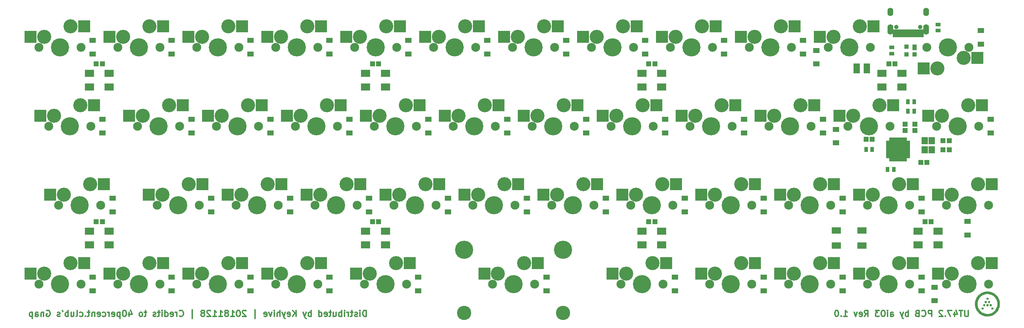
<source format=gbs>
%TF.GenerationSoftware,KiCad,Pcbnew,(5.0.0)*%
%TF.CreationDate,2018-11-28T21:24:14-08:00*%
%TF.ProjectId,UT47.2,555434372E322E6B696361645F706362,rev?*%
%TF.SameCoordinates,Original*%
%TF.FileFunction,Soldermask,Bot*%
%TF.FilePolarity,Negative*%
%FSLAX46Y46*%
G04 Gerber Fmt 4.6, Leading zero omitted, Abs format (unit mm)*
G04 Created by KiCad (PCBNEW (5.0.0)) date 11/28/18 21:24:14*
%MOMM*%
%LPD*%
G01*
G04 APERTURE LIST*
%ADD10C,0.300000*%
%ADD11C,0.010000*%
%ADD12R,1.600000X1.300000*%
%ADD13R,2.950000X2.900000*%
%ADD14C,2.150000*%
%ADD15C,3.400000*%
%ADD16C,4.387800*%
%ADD17R,2.200000X1.800000*%
%ADD18R,2.200000X1.500000*%
%ADD19R,1.100000X1.400000*%
%ADD20R,1.100000X1.000000*%
%ADD21R,1.000000X1.850000*%
%ADD22R,0.700000X1.850000*%
%ADD23C,1.050000*%
%ADD24O,1.400000X2.500000*%
%ADD25O,1.400000X2.000000*%
%ADD26R,1.600000X1.800000*%
%ADD27C,3.448000*%
%ADD28R,1.200000X1.150000*%
%ADD29R,1.150000X1.200000*%
%ADD30R,0.900000X1.300000*%
%ADD31R,1.300000X0.900000*%
%ADD32R,1.100000X0.650000*%
%ADD33R,0.650000X1.100000*%
%ADD34R,2.125000X2.125000*%
%ADD35R,1.540000X2.430000*%
G04 APERTURE END LIST*
D10*
X260546428Y-104747321D02*
X260546428Y-105961607D01*
X260475000Y-106104464D01*
X260403571Y-106175892D01*
X260260714Y-106247321D01*
X259975000Y-106247321D01*
X259832142Y-106175892D01*
X259760714Y-106104464D01*
X259689285Y-105961607D01*
X259689285Y-104747321D01*
X259189285Y-104747321D02*
X258332142Y-104747321D01*
X258760714Y-106247321D02*
X258760714Y-104747321D01*
X257189285Y-105247321D02*
X257189285Y-106247321D01*
X257546428Y-104675892D02*
X257903571Y-105747321D01*
X256975000Y-105747321D01*
X256546428Y-104747321D02*
X255546428Y-104747321D01*
X256189285Y-106247321D01*
X254975000Y-106104464D02*
X254903571Y-106175892D01*
X254975000Y-106247321D01*
X255046428Y-106175892D01*
X254975000Y-106104464D01*
X254975000Y-106247321D01*
X254332142Y-104890178D02*
X254260714Y-104818750D01*
X254117857Y-104747321D01*
X253760714Y-104747321D01*
X253617857Y-104818750D01*
X253546428Y-104890178D01*
X253475000Y-105033035D01*
X253475000Y-105175892D01*
X253546428Y-105390178D01*
X254403571Y-106247321D01*
X253475000Y-106247321D01*
X251689285Y-106247321D02*
X251689285Y-104747321D01*
X251117857Y-104747321D01*
X250975000Y-104818750D01*
X250903571Y-104890178D01*
X250832142Y-105033035D01*
X250832142Y-105247321D01*
X250903571Y-105390178D01*
X250975000Y-105461607D01*
X251117857Y-105533035D01*
X251689285Y-105533035D01*
X249332142Y-106104464D02*
X249403571Y-106175892D01*
X249617857Y-106247321D01*
X249760714Y-106247321D01*
X249975000Y-106175892D01*
X250117857Y-106033035D01*
X250189285Y-105890178D01*
X250260714Y-105604464D01*
X250260714Y-105390178D01*
X250189285Y-105104464D01*
X250117857Y-104961607D01*
X249975000Y-104818750D01*
X249760714Y-104747321D01*
X249617857Y-104747321D01*
X249403571Y-104818750D01*
X249332142Y-104890178D01*
X248189285Y-105461607D02*
X247975000Y-105533035D01*
X247903571Y-105604464D01*
X247832142Y-105747321D01*
X247832142Y-105961607D01*
X247903571Y-106104464D01*
X247975000Y-106175892D01*
X248117857Y-106247321D01*
X248689285Y-106247321D01*
X248689285Y-104747321D01*
X248189285Y-104747321D01*
X248046428Y-104818750D01*
X247975000Y-104890178D01*
X247903571Y-105033035D01*
X247903571Y-105175892D01*
X247975000Y-105318750D01*
X248046428Y-105390178D01*
X248189285Y-105461607D01*
X248689285Y-105461607D01*
X246046428Y-106247321D02*
X246046428Y-104747321D01*
X246046428Y-105318750D02*
X245903571Y-105247321D01*
X245617857Y-105247321D01*
X245475000Y-105318750D01*
X245403571Y-105390178D01*
X245332142Y-105533035D01*
X245332142Y-105961607D01*
X245403571Y-106104464D01*
X245475000Y-106175892D01*
X245617857Y-106247321D01*
X245903571Y-106247321D01*
X246046428Y-106175892D01*
X244832142Y-105247321D02*
X244475000Y-106247321D01*
X244117857Y-105247321D02*
X244475000Y-106247321D01*
X244617857Y-106604464D01*
X244689285Y-106675892D01*
X244832142Y-106747321D01*
X241760714Y-106247321D02*
X241760714Y-105461607D01*
X241832142Y-105318750D01*
X241975000Y-105247321D01*
X242260714Y-105247321D01*
X242403571Y-105318750D01*
X241760714Y-106175892D02*
X241903571Y-106247321D01*
X242260714Y-106247321D01*
X242403571Y-106175892D01*
X242475000Y-106033035D01*
X242475000Y-105890178D01*
X242403571Y-105747321D01*
X242260714Y-105675892D01*
X241903571Y-105675892D01*
X241760714Y-105604464D01*
X241046428Y-106247321D02*
X241046428Y-105247321D01*
X241046428Y-104747321D02*
X241117857Y-104818750D01*
X241046428Y-104890178D01*
X240975000Y-104818750D01*
X241046428Y-104747321D01*
X241046428Y-104890178D01*
X240046428Y-104747321D02*
X239903571Y-104747321D01*
X239760714Y-104818750D01*
X239689285Y-104890178D01*
X239617857Y-105033035D01*
X239546428Y-105318750D01*
X239546428Y-105675892D01*
X239617857Y-105961607D01*
X239689285Y-106104464D01*
X239760714Y-106175892D01*
X239903571Y-106247321D01*
X240046428Y-106247321D01*
X240189285Y-106175892D01*
X240260714Y-106104464D01*
X240332142Y-105961607D01*
X240403571Y-105675892D01*
X240403571Y-105318750D01*
X240332142Y-105033035D01*
X240260714Y-104890178D01*
X240189285Y-104818750D01*
X240046428Y-104747321D01*
X239046428Y-104747321D02*
X238117857Y-104747321D01*
X238617857Y-105318750D01*
X238403571Y-105318750D01*
X238260714Y-105390178D01*
X238189285Y-105461607D01*
X238117857Y-105604464D01*
X238117857Y-105961607D01*
X238189285Y-106104464D01*
X238260714Y-106175892D01*
X238403571Y-106247321D01*
X238832142Y-106247321D01*
X238975000Y-106175892D01*
X239046428Y-106104464D01*
X235475000Y-106247321D02*
X235975000Y-105533035D01*
X236332142Y-106247321D02*
X236332142Y-104747321D01*
X235760714Y-104747321D01*
X235617857Y-104818750D01*
X235546428Y-104890178D01*
X235475000Y-105033035D01*
X235475000Y-105247321D01*
X235546428Y-105390178D01*
X235617857Y-105461607D01*
X235760714Y-105533035D01*
X236332142Y-105533035D01*
X234260714Y-106175892D02*
X234403571Y-106247321D01*
X234689285Y-106247321D01*
X234832142Y-106175892D01*
X234903571Y-106033035D01*
X234903571Y-105461607D01*
X234832142Y-105318750D01*
X234689285Y-105247321D01*
X234403571Y-105247321D01*
X234260714Y-105318750D01*
X234189285Y-105461607D01*
X234189285Y-105604464D01*
X234903571Y-105747321D01*
X233689285Y-105247321D02*
X233332142Y-106247321D01*
X232975000Y-105247321D01*
X230475000Y-106247321D02*
X231332142Y-106247321D01*
X230903571Y-106247321D02*
X230903571Y-104747321D01*
X231046428Y-104961607D01*
X231189285Y-105104464D01*
X231332142Y-105175892D01*
X229832142Y-106104464D02*
X229760714Y-106175892D01*
X229832142Y-106247321D01*
X229903571Y-106175892D01*
X229832142Y-106104464D01*
X229832142Y-106247321D01*
X228832142Y-104747321D02*
X228689285Y-104747321D01*
X228546428Y-104818750D01*
X228475000Y-104890178D01*
X228403571Y-105033035D01*
X228332142Y-105318750D01*
X228332142Y-105675892D01*
X228403571Y-105961607D01*
X228475000Y-106104464D01*
X228546428Y-106175892D01*
X228689285Y-106247321D01*
X228832142Y-106247321D01*
X228975000Y-106175892D01*
X229046428Y-106104464D01*
X229117857Y-105961607D01*
X229189285Y-105675892D01*
X229189285Y-105318750D01*
X229117857Y-105033035D01*
X229046428Y-104890178D01*
X228975000Y-104818750D01*
X228832142Y-104747321D01*
X115219642Y-106247321D02*
X115219642Y-104747321D01*
X114862499Y-104747321D01*
X114648214Y-104818750D01*
X114505357Y-104961607D01*
X114433928Y-105104464D01*
X114362499Y-105390178D01*
X114362499Y-105604464D01*
X114433928Y-105890178D01*
X114505357Y-106033035D01*
X114648214Y-106175892D01*
X114862499Y-106247321D01*
X115219642Y-106247321D01*
X113719642Y-106247321D02*
X113719642Y-105247321D01*
X113719642Y-104747321D02*
X113791071Y-104818750D01*
X113719642Y-104890178D01*
X113648214Y-104818750D01*
X113719642Y-104747321D01*
X113719642Y-104890178D01*
X113076785Y-106175892D02*
X112933928Y-106247321D01*
X112648214Y-106247321D01*
X112505357Y-106175892D01*
X112433928Y-106033035D01*
X112433928Y-105961607D01*
X112505357Y-105818750D01*
X112648214Y-105747321D01*
X112862499Y-105747321D01*
X113005357Y-105675892D01*
X113076785Y-105533035D01*
X113076785Y-105461607D01*
X113005357Y-105318750D01*
X112862499Y-105247321D01*
X112648214Y-105247321D01*
X112505357Y-105318750D01*
X112005357Y-105247321D02*
X111433928Y-105247321D01*
X111791071Y-104747321D02*
X111791071Y-106033035D01*
X111719642Y-106175892D01*
X111576785Y-106247321D01*
X111433928Y-106247321D01*
X110933928Y-106247321D02*
X110933928Y-105247321D01*
X110933928Y-105533035D02*
X110862499Y-105390178D01*
X110791071Y-105318750D01*
X110648214Y-105247321D01*
X110505357Y-105247321D01*
X110005357Y-106247321D02*
X110005357Y-105247321D01*
X110005357Y-104747321D02*
X110076785Y-104818750D01*
X110005357Y-104890178D01*
X109933928Y-104818750D01*
X110005357Y-104747321D01*
X110005357Y-104890178D01*
X109291071Y-106247321D02*
X109291071Y-104747321D01*
X109291071Y-105318750D02*
X109148214Y-105247321D01*
X108862499Y-105247321D01*
X108719642Y-105318750D01*
X108648214Y-105390178D01*
X108576785Y-105533035D01*
X108576785Y-105961607D01*
X108648214Y-106104464D01*
X108719642Y-106175892D01*
X108862499Y-106247321D01*
X109148214Y-106247321D01*
X109291071Y-106175892D01*
X107291071Y-105247321D02*
X107291071Y-106247321D01*
X107933928Y-105247321D02*
X107933928Y-106033035D01*
X107862499Y-106175892D01*
X107719642Y-106247321D01*
X107505357Y-106247321D01*
X107362499Y-106175892D01*
X107291071Y-106104464D01*
X106791071Y-105247321D02*
X106219642Y-105247321D01*
X106576785Y-104747321D02*
X106576785Y-106033035D01*
X106505357Y-106175892D01*
X106362500Y-106247321D01*
X106219642Y-106247321D01*
X105148214Y-106175892D02*
X105291071Y-106247321D01*
X105576785Y-106247321D01*
X105719642Y-106175892D01*
X105791071Y-106033035D01*
X105791071Y-105461607D01*
X105719642Y-105318750D01*
X105576785Y-105247321D01*
X105291071Y-105247321D01*
X105148214Y-105318750D01*
X105076785Y-105461607D01*
X105076785Y-105604464D01*
X105791071Y-105747321D01*
X103791071Y-106247321D02*
X103791071Y-104747321D01*
X103791071Y-106175892D02*
X103933928Y-106247321D01*
X104219642Y-106247321D01*
X104362500Y-106175892D01*
X104433928Y-106104464D01*
X104505357Y-105961607D01*
X104505357Y-105533035D01*
X104433928Y-105390178D01*
X104362500Y-105318750D01*
X104219642Y-105247321D01*
X103933928Y-105247321D01*
X103791071Y-105318750D01*
X101933928Y-106247321D02*
X101933928Y-104747321D01*
X101933928Y-105318750D02*
X101791071Y-105247321D01*
X101505357Y-105247321D01*
X101362500Y-105318750D01*
X101291071Y-105390178D01*
X101219642Y-105533035D01*
X101219642Y-105961607D01*
X101291071Y-106104464D01*
X101362500Y-106175892D01*
X101505357Y-106247321D01*
X101791071Y-106247321D01*
X101933928Y-106175892D01*
X100719642Y-105247321D02*
X100362500Y-106247321D01*
X100005357Y-105247321D02*
X100362500Y-106247321D01*
X100505357Y-106604464D01*
X100576785Y-106675892D01*
X100719642Y-106747321D01*
X98291071Y-106247321D02*
X98291071Y-104747321D01*
X97433928Y-106247321D02*
X98076785Y-105390178D01*
X97433928Y-104747321D02*
X98291071Y-105604464D01*
X96219642Y-106175892D02*
X96362500Y-106247321D01*
X96648214Y-106247321D01*
X96791071Y-106175892D01*
X96862500Y-106033035D01*
X96862500Y-105461607D01*
X96791071Y-105318750D01*
X96648214Y-105247321D01*
X96362500Y-105247321D01*
X96219642Y-105318750D01*
X96148214Y-105461607D01*
X96148214Y-105604464D01*
X96862500Y-105747321D01*
X95648214Y-105247321D02*
X95291071Y-106247321D01*
X94933928Y-105247321D02*
X95291071Y-106247321D01*
X95433928Y-106604464D01*
X95505357Y-106675892D01*
X95648214Y-106747321D01*
X94362500Y-106247321D02*
X94362500Y-104747321D01*
X93719642Y-106247321D02*
X93719642Y-105461607D01*
X93791071Y-105318750D01*
X93933928Y-105247321D01*
X94148214Y-105247321D01*
X94291071Y-105318750D01*
X94362500Y-105390178D01*
X93005357Y-106247321D02*
X93005357Y-105247321D01*
X93005357Y-104747321D02*
X93076785Y-104818750D01*
X93005357Y-104890178D01*
X92933928Y-104818750D01*
X93005357Y-104747321D01*
X93005357Y-104890178D01*
X92433928Y-105247321D02*
X92076785Y-106247321D01*
X91719642Y-105247321D01*
X90576785Y-106175892D02*
X90719642Y-106247321D01*
X91005357Y-106247321D01*
X91148214Y-106175892D01*
X91219642Y-106033035D01*
X91219642Y-105461607D01*
X91148214Y-105318750D01*
X91005357Y-105247321D01*
X90719642Y-105247321D01*
X90576785Y-105318750D01*
X90505357Y-105461607D01*
X90505357Y-105604464D01*
X91219642Y-105747321D01*
X88362500Y-106747321D02*
X88362500Y-104604464D01*
X86219642Y-104890178D02*
X86148214Y-104818750D01*
X86005357Y-104747321D01*
X85648214Y-104747321D01*
X85505357Y-104818750D01*
X85433928Y-104890178D01*
X85362500Y-105033035D01*
X85362500Y-105175892D01*
X85433928Y-105390178D01*
X86291071Y-106247321D01*
X85362500Y-106247321D01*
X84433928Y-104747321D02*
X84291071Y-104747321D01*
X84148214Y-104818750D01*
X84076785Y-104890178D01*
X84005357Y-105033035D01*
X83933928Y-105318750D01*
X83933928Y-105675892D01*
X84005357Y-105961607D01*
X84076785Y-106104464D01*
X84148214Y-106175892D01*
X84291071Y-106247321D01*
X84433928Y-106247321D01*
X84576785Y-106175892D01*
X84648214Y-106104464D01*
X84719642Y-105961607D01*
X84791071Y-105675892D01*
X84791071Y-105318750D01*
X84719642Y-105033035D01*
X84648214Y-104890178D01*
X84576785Y-104818750D01*
X84433928Y-104747321D01*
X82505357Y-106247321D02*
X83362500Y-106247321D01*
X82933928Y-106247321D02*
X82933928Y-104747321D01*
X83076785Y-104961607D01*
X83219642Y-105104464D01*
X83362500Y-105175892D01*
X81648214Y-105390178D02*
X81791071Y-105318750D01*
X81862500Y-105247321D01*
X81933928Y-105104464D01*
X81933928Y-105033035D01*
X81862500Y-104890178D01*
X81791071Y-104818750D01*
X81648214Y-104747321D01*
X81362500Y-104747321D01*
X81219642Y-104818750D01*
X81148214Y-104890178D01*
X81076785Y-105033035D01*
X81076785Y-105104464D01*
X81148214Y-105247321D01*
X81219642Y-105318750D01*
X81362500Y-105390178D01*
X81648214Y-105390178D01*
X81791071Y-105461607D01*
X81862500Y-105533035D01*
X81933928Y-105675892D01*
X81933928Y-105961607D01*
X81862500Y-106104464D01*
X81791071Y-106175892D01*
X81648214Y-106247321D01*
X81362500Y-106247321D01*
X81219642Y-106175892D01*
X81148214Y-106104464D01*
X81076785Y-105961607D01*
X81076785Y-105675892D01*
X81148214Y-105533035D01*
X81219642Y-105461607D01*
X81362500Y-105390178D01*
X79648214Y-106247321D02*
X80505357Y-106247321D01*
X80076785Y-106247321D02*
X80076785Y-104747321D01*
X80219642Y-104961607D01*
X80362500Y-105104464D01*
X80505357Y-105175892D01*
X78219642Y-106247321D02*
X79076785Y-106247321D01*
X78648214Y-106247321D02*
X78648214Y-104747321D01*
X78791071Y-104961607D01*
X78933928Y-105104464D01*
X79076785Y-105175892D01*
X77648214Y-104890178D02*
X77576785Y-104818750D01*
X77433928Y-104747321D01*
X77076785Y-104747321D01*
X76933928Y-104818750D01*
X76862500Y-104890178D01*
X76791071Y-105033035D01*
X76791071Y-105175892D01*
X76862500Y-105390178D01*
X77719642Y-106247321D01*
X76791071Y-106247321D01*
X75933928Y-105390178D02*
X76076785Y-105318750D01*
X76148214Y-105247321D01*
X76219642Y-105104464D01*
X76219642Y-105033035D01*
X76148214Y-104890178D01*
X76076785Y-104818750D01*
X75933928Y-104747321D01*
X75648214Y-104747321D01*
X75505357Y-104818750D01*
X75433928Y-104890178D01*
X75362500Y-105033035D01*
X75362500Y-105104464D01*
X75433928Y-105247321D01*
X75505357Y-105318750D01*
X75648214Y-105390178D01*
X75933928Y-105390178D01*
X76076785Y-105461607D01*
X76148214Y-105533035D01*
X76219642Y-105675892D01*
X76219642Y-105961607D01*
X76148214Y-106104464D01*
X76076785Y-106175892D01*
X75933928Y-106247321D01*
X75648214Y-106247321D01*
X75505357Y-106175892D01*
X75433928Y-106104464D01*
X75362500Y-105961607D01*
X75362500Y-105675892D01*
X75433928Y-105533035D01*
X75505357Y-105461607D01*
X75648214Y-105390178D01*
X73219642Y-106747321D02*
X73219642Y-104604464D01*
X70148214Y-106104464D02*
X70219642Y-106175892D01*
X70433928Y-106247321D01*
X70576785Y-106247321D01*
X70791071Y-106175892D01*
X70933928Y-106033035D01*
X71005357Y-105890178D01*
X71076785Y-105604464D01*
X71076785Y-105390178D01*
X71005357Y-105104464D01*
X70933928Y-104961607D01*
X70791071Y-104818750D01*
X70576785Y-104747321D01*
X70433928Y-104747321D01*
X70219642Y-104818750D01*
X70148214Y-104890178D01*
X69505357Y-106247321D02*
X69505357Y-105247321D01*
X69505357Y-105533035D02*
X69433928Y-105390178D01*
X69362500Y-105318750D01*
X69219642Y-105247321D01*
X69076785Y-105247321D01*
X68005357Y-106175892D02*
X68148214Y-106247321D01*
X68433928Y-106247321D01*
X68576785Y-106175892D01*
X68648214Y-106033035D01*
X68648214Y-105461607D01*
X68576785Y-105318750D01*
X68433928Y-105247321D01*
X68148214Y-105247321D01*
X68005357Y-105318750D01*
X67933928Y-105461607D01*
X67933928Y-105604464D01*
X68648214Y-105747321D01*
X66648214Y-106247321D02*
X66648214Y-104747321D01*
X66648214Y-106175892D02*
X66791071Y-106247321D01*
X67076785Y-106247321D01*
X67219642Y-106175892D01*
X67291071Y-106104464D01*
X67362500Y-105961607D01*
X67362500Y-105533035D01*
X67291071Y-105390178D01*
X67219642Y-105318750D01*
X67076785Y-105247321D01*
X66791071Y-105247321D01*
X66648214Y-105318750D01*
X65933928Y-106247321D02*
X65933928Y-105247321D01*
X65933928Y-104747321D02*
X66005357Y-104818750D01*
X65933928Y-104890178D01*
X65862500Y-104818750D01*
X65933928Y-104747321D01*
X65933928Y-104890178D01*
X65433928Y-105247321D02*
X64862500Y-105247321D01*
X65219642Y-104747321D02*
X65219642Y-106033035D01*
X65148214Y-106175892D01*
X65005357Y-106247321D01*
X64862500Y-106247321D01*
X64433928Y-106175892D02*
X64291071Y-106247321D01*
X64005357Y-106247321D01*
X63862500Y-106175892D01*
X63791071Y-106033035D01*
X63791071Y-105961607D01*
X63862500Y-105818750D01*
X64005357Y-105747321D01*
X64219642Y-105747321D01*
X64362500Y-105675892D01*
X64433928Y-105533035D01*
X64433928Y-105461607D01*
X64362500Y-105318750D01*
X64219642Y-105247321D01*
X64005357Y-105247321D01*
X63862500Y-105318750D01*
X62219642Y-105247321D02*
X61648214Y-105247321D01*
X62005357Y-104747321D02*
X62005357Y-106033035D01*
X61933928Y-106175892D01*
X61791071Y-106247321D01*
X61648214Y-106247321D01*
X60933928Y-106247321D02*
X61076785Y-106175892D01*
X61148214Y-106104464D01*
X61219642Y-105961607D01*
X61219642Y-105533035D01*
X61148214Y-105390178D01*
X61076785Y-105318750D01*
X60933928Y-105247321D01*
X60719642Y-105247321D01*
X60576785Y-105318750D01*
X60505357Y-105390178D01*
X60433928Y-105533035D01*
X60433928Y-105961607D01*
X60505357Y-106104464D01*
X60576785Y-106175892D01*
X60719642Y-106247321D01*
X60933928Y-106247321D01*
X58005357Y-105247321D02*
X58005357Y-106247321D01*
X58362500Y-104675892D02*
X58719642Y-105747321D01*
X57791071Y-105747321D01*
X56933928Y-104747321D02*
X56791071Y-104747321D01*
X56648214Y-104818750D01*
X56576785Y-104890178D01*
X56505357Y-105033035D01*
X56433928Y-105318750D01*
X56433928Y-105675892D01*
X56505357Y-105961607D01*
X56576785Y-106104464D01*
X56648214Y-106175892D01*
X56791071Y-106247321D01*
X56933928Y-106247321D01*
X57076785Y-106175892D01*
X57148214Y-106104464D01*
X57219642Y-105961607D01*
X57291071Y-105675892D01*
X57291071Y-105318750D01*
X57219642Y-105033035D01*
X57148214Y-104890178D01*
X57076785Y-104818750D01*
X56933928Y-104747321D01*
X55791071Y-105247321D02*
X55791071Y-106747321D01*
X55791071Y-105318750D02*
X55648214Y-105247321D01*
X55362500Y-105247321D01*
X55219642Y-105318750D01*
X55148214Y-105390178D01*
X55076785Y-105533035D01*
X55076785Y-105961607D01*
X55148214Y-106104464D01*
X55219642Y-106175892D01*
X55362500Y-106247321D01*
X55648214Y-106247321D01*
X55791071Y-106175892D01*
X53862500Y-106175892D02*
X54005357Y-106247321D01*
X54291071Y-106247321D01*
X54433928Y-106175892D01*
X54505357Y-106033035D01*
X54505357Y-105461607D01*
X54433928Y-105318750D01*
X54291071Y-105247321D01*
X54005357Y-105247321D01*
X53862500Y-105318750D01*
X53791071Y-105461607D01*
X53791071Y-105604464D01*
X54505357Y-105747321D01*
X53148214Y-106247321D02*
X53148214Y-105247321D01*
X53148214Y-105533035D02*
X53076785Y-105390178D01*
X53005357Y-105318750D01*
X52862500Y-105247321D01*
X52719642Y-105247321D01*
X51576785Y-106175892D02*
X51719642Y-106247321D01*
X52005357Y-106247321D01*
X52148214Y-106175892D01*
X52219642Y-106104464D01*
X52291071Y-105961607D01*
X52291071Y-105533035D01*
X52219642Y-105390178D01*
X52148214Y-105318750D01*
X52005357Y-105247321D01*
X51719642Y-105247321D01*
X51576785Y-105318750D01*
X50362500Y-106175892D02*
X50505357Y-106247321D01*
X50791071Y-106247321D01*
X50933928Y-106175892D01*
X51005357Y-106033035D01*
X51005357Y-105461607D01*
X50933928Y-105318750D01*
X50791071Y-105247321D01*
X50505357Y-105247321D01*
X50362500Y-105318750D01*
X50291071Y-105461607D01*
X50291071Y-105604464D01*
X51005357Y-105747321D01*
X49648214Y-105247321D02*
X49648214Y-106247321D01*
X49648214Y-105390178D02*
X49576785Y-105318750D01*
X49433928Y-105247321D01*
X49219642Y-105247321D01*
X49076785Y-105318750D01*
X49005357Y-105461607D01*
X49005357Y-106247321D01*
X48505357Y-105247321D02*
X47933928Y-105247321D01*
X48291071Y-104747321D02*
X48291071Y-106033035D01*
X48219642Y-106175892D01*
X48076785Y-106247321D01*
X47933928Y-106247321D01*
X47433928Y-106104464D02*
X47362500Y-106175892D01*
X47433928Y-106247321D01*
X47505357Y-106175892D01*
X47433928Y-106104464D01*
X47433928Y-106247321D01*
X46076785Y-106175892D02*
X46219642Y-106247321D01*
X46505357Y-106247321D01*
X46648214Y-106175892D01*
X46719642Y-106104464D01*
X46791071Y-105961607D01*
X46791071Y-105533035D01*
X46719642Y-105390178D01*
X46648214Y-105318750D01*
X46505357Y-105247321D01*
X46219642Y-105247321D01*
X46076785Y-105318750D01*
X45219642Y-106247321D02*
X45362500Y-106175892D01*
X45433928Y-106033035D01*
X45433928Y-104747321D01*
X44005357Y-105247321D02*
X44005357Y-106247321D01*
X44648214Y-105247321D02*
X44648214Y-106033035D01*
X44576785Y-106175892D01*
X44433928Y-106247321D01*
X44219642Y-106247321D01*
X44076785Y-106175892D01*
X44005357Y-106104464D01*
X43291071Y-106247321D02*
X43291071Y-104747321D01*
X43291071Y-105318750D02*
X43148214Y-105247321D01*
X42862500Y-105247321D01*
X42719642Y-105318750D01*
X42648214Y-105390178D01*
X42576785Y-105533035D01*
X42576785Y-105961607D01*
X42648214Y-106104464D01*
X42719642Y-106175892D01*
X42862500Y-106247321D01*
X43148214Y-106247321D01*
X43291071Y-106175892D01*
X41862500Y-104747321D02*
X42005357Y-105033035D01*
X41291071Y-106175892D02*
X41148214Y-106247321D01*
X40862500Y-106247321D01*
X40719642Y-106175892D01*
X40648214Y-106033035D01*
X40648214Y-105961607D01*
X40719642Y-105818750D01*
X40862500Y-105747321D01*
X41076785Y-105747321D01*
X41219642Y-105675892D01*
X41291071Y-105533035D01*
X41291071Y-105461607D01*
X41219642Y-105318750D01*
X41076785Y-105247321D01*
X40862500Y-105247321D01*
X40719642Y-105318750D01*
X38076785Y-104818750D02*
X38219642Y-104747321D01*
X38433928Y-104747321D01*
X38648214Y-104818750D01*
X38791071Y-104961607D01*
X38862500Y-105104464D01*
X38933928Y-105390178D01*
X38933928Y-105604464D01*
X38862500Y-105890178D01*
X38791071Y-106033035D01*
X38648214Y-106175892D01*
X38433928Y-106247321D01*
X38291071Y-106247321D01*
X38076785Y-106175892D01*
X38005357Y-106104464D01*
X38005357Y-105604464D01*
X38291071Y-105604464D01*
X37362500Y-105247321D02*
X37362500Y-106247321D01*
X37362500Y-105390178D02*
X37291071Y-105318750D01*
X37148214Y-105247321D01*
X36933928Y-105247321D01*
X36791071Y-105318750D01*
X36719642Y-105461607D01*
X36719642Y-106247321D01*
X35362500Y-106247321D02*
X35362500Y-105461607D01*
X35433928Y-105318750D01*
X35576785Y-105247321D01*
X35862500Y-105247321D01*
X36005357Y-105318750D01*
X35362500Y-106175892D02*
X35505357Y-106247321D01*
X35862500Y-106247321D01*
X36005357Y-106175892D01*
X36076785Y-106033035D01*
X36076785Y-105890178D01*
X36005357Y-105747321D01*
X35862500Y-105675892D01*
X35505357Y-105675892D01*
X35362500Y-105604464D01*
X34648214Y-105247321D02*
X34648214Y-106747321D01*
X34648214Y-105318750D02*
X34505357Y-105247321D01*
X34219642Y-105247321D01*
X34076785Y-105318750D01*
X34005357Y-105390178D01*
X33933928Y-105533035D01*
X33933928Y-105961607D01*
X34005357Y-106104464D01*
X34076785Y-106175892D01*
X34219642Y-106247321D01*
X34505357Y-106247321D01*
X34648214Y-106175892D01*
D11*
G36*
X264922000Y-102108000D02*
X265326812Y-102108000D01*
X265326812Y-101703188D01*
X264922000Y-101703188D01*
X264922000Y-102108000D01*
X264922000Y-102108000D01*
G37*
X264922000Y-102108000D02*
X265326812Y-102108000D01*
X265326812Y-101703188D01*
X264922000Y-101703188D01*
X264922000Y-102108000D01*
G36*
X264517187Y-102893813D02*
X264922000Y-102893813D01*
X264922000Y-102512813D01*
X264517187Y-102512813D01*
X264517187Y-102893813D01*
X264517187Y-102893813D01*
G37*
X264517187Y-102893813D02*
X264922000Y-102893813D01*
X264922000Y-102512813D01*
X264517187Y-102512813D01*
X264517187Y-102893813D01*
G36*
X265326812Y-102893813D02*
X265707812Y-102893813D01*
X265707812Y-102512813D01*
X265326812Y-102512813D01*
X265326812Y-102893813D01*
X265326812Y-102893813D01*
G37*
X265326812Y-102893813D02*
X265707812Y-102893813D01*
X265707812Y-102512813D01*
X265326812Y-102512813D01*
X265326812Y-102893813D01*
G36*
X264136187Y-103703438D02*
X264517187Y-103703438D01*
X264517187Y-103298625D01*
X264136187Y-103298625D01*
X264136187Y-103703438D01*
X264136187Y-103703438D01*
G37*
X264136187Y-103703438D02*
X264517187Y-103703438D01*
X264517187Y-103298625D01*
X264136187Y-103298625D01*
X264136187Y-103703438D01*
G36*
X264922000Y-103703438D02*
X265326812Y-103703438D01*
X265326812Y-103298625D01*
X264922000Y-103298625D01*
X264922000Y-103703438D01*
X264922000Y-103703438D01*
G37*
X264922000Y-103703438D02*
X265326812Y-103703438D01*
X265326812Y-103298625D01*
X264922000Y-103298625D01*
X264922000Y-103703438D01*
G36*
X265707812Y-103703438D02*
X266112625Y-103703438D01*
X266112625Y-103298625D01*
X265707812Y-103298625D01*
X265707812Y-103703438D01*
X265707812Y-103703438D01*
G37*
X265707812Y-103703438D02*
X266112625Y-103703438D01*
X266112625Y-103298625D01*
X265707812Y-103298625D01*
X265707812Y-103703438D01*
G36*
X263731375Y-104489250D02*
X264136187Y-104489250D01*
X264136187Y-104084438D01*
X263731375Y-104084438D01*
X263731375Y-104489250D01*
X263731375Y-104489250D01*
G37*
X263731375Y-104489250D02*
X264136187Y-104489250D01*
X264136187Y-104084438D01*
X263731375Y-104084438D01*
X263731375Y-104489250D01*
G36*
X266112625Y-104489250D02*
X266517437Y-104489250D01*
X266517437Y-104084438D01*
X266112625Y-104084438D01*
X266112625Y-104489250D01*
X266112625Y-104489250D01*
G37*
X266112625Y-104489250D02*
X266517437Y-104489250D01*
X266517437Y-104084438D01*
X266112625Y-104084438D01*
X266112625Y-104489250D01*
G36*
X265108531Y-100215545D02*
X264984413Y-100216915D01*
X264872701Y-100221072D01*
X264770108Y-100228419D01*
X264673344Y-100239360D01*
X264579122Y-100254298D01*
X264484153Y-100273637D01*
X264385149Y-100297781D01*
X264339870Y-100309918D01*
X264131323Y-100375156D01*
X263929235Y-100454492D01*
X263734372Y-100547528D01*
X263547501Y-100653868D01*
X263369386Y-100773116D01*
X263217240Y-100891117D01*
X263059572Y-101031842D01*
X262912235Y-101183287D01*
X262775914Y-101344385D01*
X262651292Y-101514067D01*
X262539053Y-101691266D01*
X262439880Y-101874916D01*
X262354458Y-102063947D01*
X262283470Y-102257293D01*
X262234716Y-102425303D01*
X262201645Y-102565289D01*
X262176285Y-102697225D01*
X262157893Y-102826497D01*
X262145725Y-102958493D01*
X262139039Y-103098600D01*
X262138386Y-103124000D01*
X262141105Y-103342297D01*
X262159300Y-103557080D01*
X262192965Y-103768321D01*
X262242094Y-103975989D01*
X262306681Y-104180055D01*
X262370878Y-104343987D01*
X262398961Y-104409252D01*
X262423023Y-104463410D01*
X262444892Y-104510113D01*
X262466393Y-104553013D01*
X262489354Y-104595763D01*
X262515600Y-104642015D01*
X262544725Y-104691656D01*
X262663944Y-104877927D01*
X262794048Y-105052653D01*
X262935171Y-105215965D01*
X263087445Y-105367996D01*
X263251003Y-105508880D01*
X263425976Y-105638748D01*
X263608344Y-105755275D01*
X263661173Y-105786244D01*
X263707086Y-105812221D01*
X263749735Y-105835031D01*
X263792772Y-105856501D01*
X263839849Y-105878457D01*
X263894619Y-105902725D01*
X263956013Y-105929122D01*
X264052246Y-105968669D01*
X264140964Y-106001708D01*
X264228078Y-106030195D01*
X264319502Y-106056089D01*
X264402094Y-106076822D01*
X264566610Y-106112376D01*
X264723705Y-106138053D01*
X264877933Y-106154393D01*
X265033851Y-106161936D01*
X265124406Y-106162513D01*
X265175625Y-106161998D01*
X265223746Y-106161293D01*
X265265626Y-106160460D01*
X265298122Y-106159563D01*
X265318090Y-106158665D01*
X265318875Y-106158609D01*
X265535049Y-106134657D01*
X265747806Y-106095670D01*
X265956287Y-106041967D01*
X266159632Y-105973863D01*
X266356984Y-105891676D01*
X266547482Y-105795725D01*
X266730268Y-105686326D01*
X266881224Y-105581296D01*
X267054151Y-105442949D01*
X267214835Y-105294588D01*
X267363049Y-105136539D01*
X267498571Y-104969132D01*
X267621176Y-104792694D01*
X267730639Y-104607552D01*
X267826737Y-104414035D01*
X267909244Y-104212471D01*
X267977937Y-104003188D01*
X267990082Y-103960130D01*
X268016448Y-103858335D01*
X268037833Y-103762011D01*
X268054641Y-103667867D01*
X268067275Y-103572617D01*
X268076140Y-103472970D01*
X268081638Y-103365640D01*
X268084174Y-103247336D01*
X268084455Y-103191469D01*
X268083780Y-103136108D01*
X267551706Y-103136108D01*
X267551603Y-103216246D01*
X267549937Y-103295910D01*
X267546741Y-103371037D01*
X267542044Y-103437560D01*
X267538324Y-103473250D01*
X267506450Y-103670548D01*
X267459799Y-103862163D01*
X267398549Y-104047722D01*
X267322881Y-104226849D01*
X267232973Y-104399169D01*
X267129006Y-104564309D01*
X267011159Y-104721893D01*
X266879612Y-104871547D01*
X266857276Y-104894760D01*
X266723042Y-105021834D01*
X266577340Y-105139770D01*
X266422869Y-105246590D01*
X266262331Y-105340316D01*
X266216542Y-105364004D01*
X266142134Y-105400653D01*
X266076893Y-105430872D01*
X266016396Y-105456440D01*
X265956222Y-105479134D01*
X265891949Y-105500733D01*
X265826875Y-105520727D01*
X265637662Y-105570140D01*
X265451911Y-105604591D01*
X265268173Y-105624214D01*
X265084997Y-105629142D01*
X264900936Y-105619511D01*
X264834394Y-105612531D01*
X264647062Y-105583587D01*
X264467481Y-105541778D01*
X264293143Y-105486354D01*
X264121541Y-105416564D01*
X264024584Y-105370366D01*
X263853952Y-105276947D01*
X263694536Y-105173212D01*
X263545578Y-105058474D01*
X263406321Y-104932050D01*
X263276006Y-104793254D01*
X263153876Y-104641403D01*
X263045608Y-104485759D01*
X263020482Y-104444568D01*
X262991159Y-104392440D01*
X262959459Y-104332996D01*
X262927201Y-104269856D01*
X262896207Y-104206640D01*
X262868294Y-104146967D01*
X262845285Y-104094457D01*
X262831847Y-104060625D01*
X262768980Y-103869084D01*
X262721584Y-103676345D01*
X262689700Y-103482950D01*
X262673370Y-103289440D01*
X262672632Y-103096357D01*
X262687528Y-102904242D01*
X262718098Y-102713636D01*
X262727901Y-102667594D01*
X262761550Y-102531301D01*
X262799858Y-102405118D01*
X262844796Y-102283507D01*
X262898337Y-102160932D01*
X262935996Y-102083458D01*
X263029701Y-101914610D01*
X263136526Y-101754173D01*
X263255702Y-101602868D01*
X263386463Y-101461414D01*
X263528040Y-101330531D01*
X263679666Y-101210940D01*
X263840573Y-101103360D01*
X264009993Y-101008511D01*
X264154175Y-100940980D01*
X264325803Y-100874585D01*
X264498357Y-100822587D01*
X264673844Y-100784578D01*
X264854274Y-100760151D01*
X265041655Y-100748897D01*
X265104562Y-100748007D01*
X265302657Y-100754377D01*
X265494285Y-100775022D01*
X265680219Y-100810173D01*
X265861235Y-100860067D01*
X266038106Y-100924935D01*
X266211606Y-101005013D01*
X266382509Y-101100535D01*
X266483206Y-101164744D01*
X266622639Y-101266272D01*
X266756837Y-101380778D01*
X266884159Y-101506339D01*
X267002965Y-101641031D01*
X267111614Y-101782931D01*
X267208465Y-101930115D01*
X267291878Y-102080661D01*
X267326674Y-102153580D01*
X267388077Y-102298439D01*
X267438308Y-102437678D01*
X267478565Y-102575626D01*
X267510044Y-102716614D01*
X267533944Y-102864971D01*
X267542345Y-102933500D01*
X267547108Y-102990670D01*
X267550218Y-103059561D01*
X267551706Y-103136108D01*
X268083780Y-103136108D01*
X268082710Y-103048473D01*
X268076836Y-102917606D01*
X268066262Y-102795525D01*
X268050415Y-102678885D01*
X268028723Y-102564344D01*
X268000613Y-102448559D01*
X267965514Y-102328187D01*
X267922853Y-102199884D01*
X267907159Y-102155625D01*
X267828774Y-101960906D01*
X267735934Y-101772572D01*
X267628828Y-101590885D01*
X267507648Y-101416108D01*
X267372583Y-101248503D01*
X267223826Y-101088333D01*
X267061567Y-100935860D01*
X266954729Y-100845679D01*
X266868900Y-100780186D01*
X266771361Y-100712860D01*
X266665752Y-100645912D01*
X266555714Y-100581555D01*
X266444887Y-100522000D01*
X266336911Y-100469458D01*
X266330906Y-100466715D01*
X266260946Y-100436842D01*
X266179765Y-100405456D01*
X266091733Y-100374036D01*
X266001221Y-100344062D01*
X265912599Y-100317011D01*
X265830236Y-100294364D01*
X265798350Y-100286471D01*
X265705125Y-100265703D01*
X265616151Y-100249043D01*
X265528147Y-100236152D01*
X265437831Y-100226695D01*
X265341922Y-100220332D01*
X265237140Y-100216728D01*
X265120205Y-100215544D01*
X265108531Y-100215545D01*
X265108531Y-100215545D01*
G37*
X265108531Y-100215545D02*
X264984413Y-100216915D01*
X264872701Y-100221072D01*
X264770108Y-100228419D01*
X264673344Y-100239360D01*
X264579122Y-100254298D01*
X264484153Y-100273637D01*
X264385149Y-100297781D01*
X264339870Y-100309918D01*
X264131323Y-100375156D01*
X263929235Y-100454492D01*
X263734372Y-100547528D01*
X263547501Y-100653868D01*
X263369386Y-100773116D01*
X263217240Y-100891117D01*
X263059572Y-101031842D01*
X262912235Y-101183287D01*
X262775914Y-101344385D01*
X262651292Y-101514067D01*
X262539053Y-101691266D01*
X262439880Y-101874916D01*
X262354458Y-102063947D01*
X262283470Y-102257293D01*
X262234716Y-102425303D01*
X262201645Y-102565289D01*
X262176285Y-102697225D01*
X262157893Y-102826497D01*
X262145725Y-102958493D01*
X262139039Y-103098600D01*
X262138386Y-103124000D01*
X262141105Y-103342297D01*
X262159300Y-103557080D01*
X262192965Y-103768321D01*
X262242094Y-103975989D01*
X262306681Y-104180055D01*
X262370878Y-104343987D01*
X262398961Y-104409252D01*
X262423023Y-104463410D01*
X262444892Y-104510113D01*
X262466393Y-104553013D01*
X262489354Y-104595763D01*
X262515600Y-104642015D01*
X262544725Y-104691656D01*
X262663944Y-104877927D01*
X262794048Y-105052653D01*
X262935171Y-105215965D01*
X263087445Y-105367996D01*
X263251003Y-105508880D01*
X263425976Y-105638748D01*
X263608344Y-105755275D01*
X263661173Y-105786244D01*
X263707086Y-105812221D01*
X263749735Y-105835031D01*
X263792772Y-105856501D01*
X263839849Y-105878457D01*
X263894619Y-105902725D01*
X263956013Y-105929122D01*
X264052246Y-105968669D01*
X264140964Y-106001708D01*
X264228078Y-106030195D01*
X264319502Y-106056089D01*
X264402094Y-106076822D01*
X264566610Y-106112376D01*
X264723705Y-106138053D01*
X264877933Y-106154393D01*
X265033851Y-106161936D01*
X265124406Y-106162513D01*
X265175625Y-106161998D01*
X265223746Y-106161293D01*
X265265626Y-106160460D01*
X265298122Y-106159563D01*
X265318090Y-106158665D01*
X265318875Y-106158609D01*
X265535049Y-106134657D01*
X265747806Y-106095670D01*
X265956287Y-106041967D01*
X266159632Y-105973863D01*
X266356984Y-105891676D01*
X266547482Y-105795725D01*
X266730268Y-105686326D01*
X266881224Y-105581296D01*
X267054151Y-105442949D01*
X267214835Y-105294588D01*
X267363049Y-105136539D01*
X267498571Y-104969132D01*
X267621176Y-104792694D01*
X267730639Y-104607552D01*
X267826737Y-104414035D01*
X267909244Y-104212471D01*
X267977937Y-104003188D01*
X267990082Y-103960130D01*
X268016448Y-103858335D01*
X268037833Y-103762011D01*
X268054641Y-103667867D01*
X268067275Y-103572617D01*
X268076140Y-103472970D01*
X268081638Y-103365640D01*
X268084174Y-103247336D01*
X268084455Y-103191469D01*
X268083780Y-103136108D01*
X267551706Y-103136108D01*
X267551603Y-103216246D01*
X267549937Y-103295910D01*
X267546741Y-103371037D01*
X267542044Y-103437560D01*
X267538324Y-103473250D01*
X267506450Y-103670548D01*
X267459799Y-103862163D01*
X267398549Y-104047722D01*
X267322881Y-104226849D01*
X267232973Y-104399169D01*
X267129006Y-104564309D01*
X267011159Y-104721893D01*
X266879612Y-104871547D01*
X266857276Y-104894760D01*
X266723042Y-105021834D01*
X266577340Y-105139770D01*
X266422869Y-105246590D01*
X266262331Y-105340316D01*
X266216542Y-105364004D01*
X266142134Y-105400653D01*
X266076893Y-105430872D01*
X266016396Y-105456440D01*
X265956222Y-105479134D01*
X265891949Y-105500733D01*
X265826875Y-105520727D01*
X265637662Y-105570140D01*
X265451911Y-105604591D01*
X265268173Y-105624214D01*
X265084997Y-105629142D01*
X264900936Y-105619511D01*
X264834394Y-105612531D01*
X264647062Y-105583587D01*
X264467481Y-105541778D01*
X264293143Y-105486354D01*
X264121541Y-105416564D01*
X264024584Y-105370366D01*
X263853952Y-105276947D01*
X263694536Y-105173212D01*
X263545578Y-105058474D01*
X263406321Y-104932050D01*
X263276006Y-104793254D01*
X263153876Y-104641403D01*
X263045608Y-104485759D01*
X263020482Y-104444568D01*
X262991159Y-104392440D01*
X262959459Y-104332996D01*
X262927201Y-104269856D01*
X262896207Y-104206640D01*
X262868294Y-104146967D01*
X262845285Y-104094457D01*
X262831847Y-104060625D01*
X262768980Y-103869084D01*
X262721584Y-103676345D01*
X262689700Y-103482950D01*
X262673370Y-103289440D01*
X262672632Y-103096357D01*
X262687528Y-102904242D01*
X262718098Y-102713636D01*
X262727901Y-102667594D01*
X262761550Y-102531301D01*
X262799858Y-102405118D01*
X262844796Y-102283507D01*
X262898337Y-102160932D01*
X262935996Y-102083458D01*
X263029701Y-101914610D01*
X263136526Y-101754173D01*
X263255702Y-101602868D01*
X263386463Y-101461414D01*
X263528040Y-101330531D01*
X263679666Y-101210940D01*
X263840573Y-101103360D01*
X264009993Y-101008511D01*
X264154175Y-100940980D01*
X264325803Y-100874585D01*
X264498357Y-100822587D01*
X264673844Y-100784578D01*
X264854274Y-100760151D01*
X265041655Y-100748897D01*
X265104562Y-100748007D01*
X265302657Y-100754377D01*
X265494285Y-100775022D01*
X265680219Y-100810173D01*
X265861235Y-100860067D01*
X266038106Y-100924935D01*
X266211606Y-101005013D01*
X266382509Y-101100535D01*
X266483206Y-101164744D01*
X266622639Y-101266272D01*
X266756837Y-101380778D01*
X266884159Y-101506339D01*
X267002965Y-101641031D01*
X267111614Y-101782931D01*
X267208465Y-101930115D01*
X267291878Y-102080661D01*
X267326674Y-102153580D01*
X267388077Y-102298439D01*
X267438308Y-102437678D01*
X267478565Y-102575626D01*
X267510044Y-102716614D01*
X267533944Y-102864971D01*
X267542345Y-102933500D01*
X267547108Y-102990670D01*
X267550218Y-103059561D01*
X267551706Y-103136108D01*
X268083780Y-103136108D01*
X268082710Y-103048473D01*
X268076836Y-102917606D01*
X268066262Y-102795525D01*
X268050415Y-102678885D01*
X268028723Y-102564344D01*
X268000613Y-102448559D01*
X267965514Y-102328187D01*
X267922853Y-102199884D01*
X267907159Y-102155625D01*
X267828774Y-101960906D01*
X267735934Y-101772572D01*
X267628828Y-101590885D01*
X267507648Y-101416108D01*
X267372583Y-101248503D01*
X267223826Y-101088333D01*
X267061567Y-100935860D01*
X266954729Y-100845679D01*
X266868900Y-100780186D01*
X266771361Y-100712860D01*
X266665752Y-100645912D01*
X266555714Y-100581555D01*
X266444887Y-100522000D01*
X266336911Y-100469458D01*
X266330906Y-100466715D01*
X266260946Y-100436842D01*
X266179765Y-100405456D01*
X266091733Y-100374036D01*
X266001221Y-100344062D01*
X265912599Y-100317011D01*
X265830236Y-100294364D01*
X265798350Y-100286471D01*
X265705125Y-100265703D01*
X265616151Y-100249043D01*
X265528147Y-100236152D01*
X265437831Y-100226695D01*
X265341922Y-100220332D01*
X265237140Y-100216728D01*
X265120205Y-100215544D01*
X265108531Y-100215545D01*
D12*
X49212500Y-42925000D03*
X49212500Y-39625000D03*
X68262500Y-42925000D03*
X68262500Y-39625000D03*
X87312500Y-42925000D03*
X87312500Y-39625000D03*
X106362500Y-42925000D03*
X106362500Y-39625000D03*
X125412500Y-42925000D03*
X125412500Y-39625000D03*
X144462500Y-42925000D03*
X144462500Y-39625000D03*
X163512500Y-42925000D03*
X163512500Y-39625000D03*
X182562500Y-42925000D03*
X182562500Y-39625000D03*
X201612500Y-42925000D03*
X201612500Y-39625000D03*
X220662500Y-42925000D03*
X220662500Y-39625000D03*
X223837500Y-45306250D03*
X223837500Y-42006250D03*
X263525000Y-40543750D03*
X263525000Y-37243750D03*
X51593750Y-61975000D03*
X51593750Y-58675000D03*
X73025000Y-61975000D03*
X73025000Y-58675000D03*
X92075000Y-61975000D03*
X92075000Y-58675000D03*
X111125000Y-61975000D03*
X111125000Y-58675000D03*
X130175000Y-61975000D03*
X130175000Y-58675000D03*
X149225000Y-61975000D03*
X149225000Y-58675000D03*
X168275000Y-61975000D03*
X168275000Y-58675000D03*
X187325000Y-61975000D03*
X187325000Y-58675000D03*
X206375000Y-61975000D03*
X206375000Y-58675000D03*
X225425000Y-61975000D03*
X225425000Y-58675000D03*
X228600000Y-64356250D03*
X228600000Y-61056250D03*
X265906250Y-61975000D03*
X265906250Y-58675000D03*
X53975000Y-81025000D03*
X53975000Y-77725000D03*
X77787500Y-81025000D03*
X77787500Y-77725000D03*
X96837500Y-81025000D03*
X96837500Y-77725000D03*
X115887500Y-81025000D03*
X115887500Y-77725000D03*
X134937500Y-81025000D03*
X134937500Y-77725000D03*
X153987500Y-81025000D03*
X153987500Y-77725000D03*
X173037500Y-81025000D03*
X173037500Y-77725000D03*
X192087500Y-81025000D03*
X192087500Y-77725000D03*
X211137500Y-81025000D03*
X211137500Y-77725000D03*
X230187500Y-81025000D03*
X230187500Y-77725000D03*
X249237500Y-81025000D03*
X249237500Y-77725000D03*
X260350000Y-86581250D03*
X260350000Y-83281250D03*
X49212500Y-100075000D03*
X49212500Y-96775000D03*
X68262500Y-100075000D03*
X68262500Y-96775000D03*
X87312500Y-100075000D03*
X87312500Y-96775000D03*
X106362500Y-100075000D03*
X106362500Y-96775000D03*
X127793750Y-100075000D03*
X127793750Y-96775000D03*
X158750000Y-100075000D03*
X158750000Y-96775000D03*
X189706250Y-100075000D03*
X189706250Y-96775000D03*
X211137500Y-100075000D03*
X211137500Y-96775000D03*
X230187500Y-100075000D03*
X230187500Y-96775000D03*
X249237500Y-100075000D03*
X249237500Y-96775000D03*
X252412500Y-102456250D03*
X252412500Y-99156250D03*
D13*
X47117000Y-36195000D03*
X34190000Y-38735000D03*
D14*
X46355000Y-41275000D03*
X36195000Y-41275000D03*
D15*
X37465000Y-38735000D03*
D16*
X41275000Y-41275000D03*
D15*
X43815000Y-36195000D03*
D13*
X66167000Y-36195000D03*
X53240000Y-38735000D03*
D14*
X65405000Y-41275000D03*
X55245000Y-41275000D03*
D15*
X56515000Y-38735000D03*
D16*
X60325000Y-41275000D03*
D15*
X62865000Y-36195000D03*
D13*
X85217000Y-36195000D03*
X72290000Y-38735000D03*
D14*
X84455000Y-41275000D03*
X74295000Y-41275000D03*
D15*
X75565000Y-38735000D03*
D16*
X79375000Y-41275000D03*
D15*
X81915000Y-36195000D03*
D13*
X104267000Y-36195000D03*
X91340000Y-38735000D03*
D14*
X103505000Y-41275000D03*
X93345000Y-41275000D03*
D15*
X94615000Y-38735000D03*
D16*
X98425000Y-41275000D03*
D15*
X100965000Y-36195000D03*
D13*
X123317000Y-36195000D03*
X110390000Y-38735000D03*
D14*
X122555000Y-41275000D03*
X112395000Y-41275000D03*
D15*
X113665000Y-38735000D03*
D16*
X117475000Y-41275000D03*
D15*
X120015000Y-36195000D03*
D13*
X142367000Y-36195000D03*
X129440000Y-38735000D03*
D14*
X141605000Y-41275000D03*
X131445000Y-41275000D03*
D15*
X132715000Y-38735000D03*
D16*
X136525000Y-41275000D03*
D15*
X139065000Y-36195000D03*
D13*
X161417000Y-36195000D03*
X148490000Y-38735000D03*
D14*
X160655000Y-41275000D03*
X150495000Y-41275000D03*
D15*
X151765000Y-38735000D03*
D16*
X155575000Y-41275000D03*
D15*
X158115000Y-36195000D03*
D13*
X180467000Y-36195000D03*
X167540000Y-38735000D03*
D14*
X179705000Y-41275000D03*
X169545000Y-41275000D03*
D15*
X170815000Y-38735000D03*
D16*
X174625000Y-41275000D03*
D15*
X177165000Y-36195000D03*
D13*
X199517000Y-36195000D03*
X186590000Y-38735000D03*
D14*
X198755000Y-41275000D03*
X188595000Y-41275000D03*
D15*
X189865000Y-38735000D03*
D16*
X193675000Y-41275000D03*
D15*
X196215000Y-36195000D03*
D13*
X218567000Y-36195000D03*
X205640000Y-38735000D03*
D14*
X217805000Y-41275000D03*
X207645000Y-41275000D03*
D15*
X208915000Y-38735000D03*
D16*
X212725000Y-41275000D03*
D15*
X215265000Y-36195000D03*
D13*
X237617000Y-36195000D03*
X224690000Y-38735000D03*
D14*
X236855000Y-41275000D03*
X226695000Y-41275000D03*
D15*
X227965000Y-38735000D03*
D16*
X231775000Y-41275000D03*
D15*
X234315000Y-36195000D03*
D13*
X70929500Y-55245000D03*
X58002500Y-57785000D03*
D14*
X70167500Y-60325000D03*
X60007500Y-60325000D03*
D15*
X61277500Y-57785000D03*
D16*
X65087500Y-60325000D03*
D15*
X67627500Y-55245000D03*
D13*
X89979500Y-55245000D03*
X77052500Y-57785000D03*
D14*
X89217500Y-60325000D03*
X79057500Y-60325000D03*
D15*
X80327500Y-57785000D03*
D16*
X84137500Y-60325000D03*
D15*
X86677500Y-55245000D03*
D13*
X109029500Y-55245000D03*
X96102500Y-57785000D03*
D14*
X108267500Y-60325000D03*
X98107500Y-60325000D03*
D15*
X99377500Y-57785000D03*
D16*
X103187500Y-60325000D03*
D15*
X105727500Y-55245000D03*
D13*
X128079500Y-55245000D03*
X115152500Y-57785000D03*
D14*
X127317500Y-60325000D03*
X117157500Y-60325000D03*
D15*
X118427500Y-57785000D03*
D16*
X122237500Y-60325000D03*
D15*
X124777500Y-55245000D03*
D13*
X147129500Y-55245000D03*
X134202500Y-57785000D03*
D14*
X146367500Y-60325000D03*
X136207500Y-60325000D03*
D15*
X137477500Y-57785000D03*
D16*
X141287500Y-60325000D03*
D15*
X143827500Y-55245000D03*
D13*
X166179500Y-55245000D03*
X153252500Y-57785000D03*
D14*
X165417500Y-60325000D03*
X155257500Y-60325000D03*
D15*
X156527500Y-57785000D03*
D16*
X160337500Y-60325000D03*
D15*
X162877500Y-55245000D03*
D13*
X185229500Y-55245000D03*
X172302500Y-57785000D03*
D14*
X184467500Y-60325000D03*
X174307500Y-60325000D03*
D15*
X175577500Y-57785000D03*
D16*
X179387500Y-60325000D03*
D15*
X181927500Y-55245000D03*
D13*
X204279500Y-55245000D03*
X191352500Y-57785000D03*
D14*
X203517500Y-60325000D03*
X193357500Y-60325000D03*
D15*
X194627500Y-57785000D03*
D16*
X198437500Y-60325000D03*
D15*
X200977500Y-55245000D03*
D13*
X223329500Y-55245000D03*
X210402500Y-57785000D03*
D14*
X222567500Y-60325000D03*
X212407500Y-60325000D03*
D15*
X213677500Y-57785000D03*
D16*
X217487500Y-60325000D03*
D15*
X220027500Y-55245000D03*
D13*
X242379500Y-55245000D03*
X229452500Y-57785000D03*
D14*
X241617500Y-60325000D03*
X231457500Y-60325000D03*
D15*
X232727500Y-57785000D03*
D16*
X236537500Y-60325000D03*
D15*
X239077500Y-55245000D03*
D13*
X75692000Y-74295000D03*
X62765000Y-76835000D03*
D14*
X74930000Y-79375000D03*
X64770000Y-79375000D03*
D15*
X66040000Y-76835000D03*
D16*
X69850000Y-79375000D03*
D15*
X72390000Y-74295000D03*
D13*
X94742000Y-74295000D03*
X81815000Y-76835000D03*
D14*
X93980000Y-79375000D03*
X83820000Y-79375000D03*
D15*
X85090000Y-76835000D03*
D16*
X88900000Y-79375000D03*
D15*
X91440000Y-74295000D03*
D13*
X113792000Y-74295000D03*
X100865000Y-76835000D03*
D14*
X113030000Y-79375000D03*
X102870000Y-79375000D03*
D15*
X104140000Y-76835000D03*
D16*
X107950000Y-79375000D03*
D15*
X110490000Y-74295000D03*
D13*
X132842000Y-74295000D03*
X119915000Y-76835000D03*
D14*
X132080000Y-79375000D03*
X121920000Y-79375000D03*
D15*
X123190000Y-76835000D03*
D16*
X127000000Y-79375000D03*
D15*
X129540000Y-74295000D03*
D13*
X151892000Y-74295000D03*
X138965000Y-76835000D03*
D14*
X151130000Y-79375000D03*
X140970000Y-79375000D03*
D15*
X142240000Y-76835000D03*
D16*
X146050000Y-79375000D03*
D15*
X148590000Y-74295000D03*
D13*
X170942000Y-74295000D03*
X158015000Y-76835000D03*
D14*
X170180000Y-79375000D03*
X160020000Y-79375000D03*
D15*
X161290000Y-76835000D03*
D16*
X165100000Y-79375000D03*
D15*
X167640000Y-74295000D03*
D13*
X189992000Y-74295000D03*
X177065000Y-76835000D03*
D14*
X189230000Y-79375000D03*
X179070000Y-79375000D03*
D15*
X180340000Y-76835000D03*
D16*
X184150000Y-79375000D03*
D15*
X186690000Y-74295000D03*
D13*
X209042000Y-74295000D03*
X196115000Y-76835000D03*
D14*
X208280000Y-79375000D03*
X198120000Y-79375000D03*
D15*
X199390000Y-76835000D03*
D16*
X203200000Y-79375000D03*
D15*
X205740000Y-74295000D03*
D13*
X228092000Y-74295000D03*
X215165000Y-76835000D03*
D14*
X227330000Y-79375000D03*
X217170000Y-79375000D03*
D15*
X218440000Y-76835000D03*
D16*
X222250000Y-79375000D03*
D15*
X224790000Y-74295000D03*
D13*
X247142000Y-74295000D03*
X234215000Y-76835000D03*
D14*
X246380000Y-79375000D03*
X236220000Y-79375000D03*
D15*
X237490000Y-76835000D03*
D16*
X241300000Y-79375000D03*
D15*
X243840000Y-74295000D03*
D13*
X266192000Y-74295000D03*
X253265000Y-76835000D03*
D14*
X265430000Y-79375000D03*
X255270000Y-79375000D03*
D15*
X256540000Y-76835000D03*
D16*
X260350000Y-79375000D03*
D15*
X262890000Y-74295000D03*
D13*
X47117000Y-93345000D03*
X34190000Y-95885000D03*
D14*
X46355000Y-98425000D03*
X36195000Y-98425000D03*
D15*
X37465000Y-95885000D03*
D16*
X41275000Y-98425000D03*
D15*
X43815000Y-93345000D03*
D13*
X66167000Y-93345000D03*
X53240000Y-95885000D03*
D14*
X65405000Y-98425000D03*
X55245000Y-98425000D03*
D15*
X56515000Y-95885000D03*
D16*
X60325000Y-98425000D03*
D15*
X62865000Y-93345000D03*
D13*
X85217000Y-93345000D03*
X72290000Y-95885000D03*
D14*
X84455000Y-98425000D03*
X74295000Y-98425000D03*
D15*
X75565000Y-95885000D03*
D16*
X79375000Y-98425000D03*
D15*
X81915000Y-93345000D03*
D13*
X104267000Y-93345000D03*
X91340000Y-95885000D03*
D14*
X103505000Y-98425000D03*
X93345000Y-98425000D03*
D15*
X94615000Y-95885000D03*
D16*
X98425000Y-98425000D03*
D15*
X100965000Y-93345000D03*
D13*
X209042000Y-93345000D03*
X196115000Y-95885000D03*
D14*
X208280000Y-98425000D03*
X198120000Y-98425000D03*
D15*
X199390000Y-95885000D03*
D16*
X203200000Y-98425000D03*
D15*
X205740000Y-93345000D03*
D13*
X228092000Y-93345000D03*
X215165000Y-95885000D03*
D14*
X227330000Y-98425000D03*
X217170000Y-98425000D03*
D15*
X218440000Y-95885000D03*
D16*
X222250000Y-98425000D03*
D15*
X224790000Y-93345000D03*
D13*
X247142000Y-93345000D03*
X234215000Y-95885000D03*
D14*
X246380000Y-98425000D03*
X236220000Y-98425000D03*
D15*
X237490000Y-95885000D03*
D16*
X241300000Y-98425000D03*
D15*
X243840000Y-93345000D03*
D13*
X266192000Y-93345000D03*
X253265000Y-95885000D03*
D14*
X265430000Y-98425000D03*
X255270000Y-98425000D03*
D15*
X256540000Y-95885000D03*
D16*
X260350000Y-98425000D03*
D15*
X262890000Y-93345000D03*
D17*
X239693750Y-47562500D03*
X239693750Y-50862500D03*
X244493750Y-50862500D03*
X244493750Y-47562500D03*
X181750000Y-47562500D03*
X181750000Y-50862500D03*
X186550000Y-50862500D03*
X186550000Y-47562500D03*
X115075000Y-47562500D03*
X115075000Y-50862500D03*
X119875000Y-50862500D03*
X119875000Y-47562500D03*
X48400000Y-47562500D03*
X48400000Y-50862500D03*
X53200000Y-50862500D03*
X53200000Y-47562500D03*
X48400000Y-85662500D03*
X48400000Y-88962500D03*
X53200000Y-88962500D03*
X53200000Y-85662500D03*
X115075000Y-85662500D03*
X115075000Y-88962500D03*
X119875000Y-88962500D03*
X119875000Y-85662500D03*
X181750000Y-85662500D03*
X181750000Y-88962500D03*
X186550000Y-88962500D03*
X186550000Y-85662500D03*
X248425000Y-85662500D03*
X248425000Y-88962500D03*
X253225000Y-88962500D03*
X253225000Y-85662500D03*
D18*
X234875000Y-89162500D03*
X228675000Y-85462500D03*
X234875000Y-85462500D03*
X228675000Y-89162500D03*
D19*
X247570500Y-41287000D03*
D20*
X245570500Y-41087000D03*
X247570500Y-42987000D03*
X245570500Y-42987000D03*
D21*
X249255750Y-37857500D03*
X242805750Y-37857500D03*
X248480750Y-37857500D03*
X243580750Y-37857500D03*
D22*
X244280750Y-37857500D03*
X247780750Y-37857500D03*
X244780750Y-37857500D03*
X247280750Y-37857500D03*
X245280750Y-37857500D03*
X246780750Y-37857500D03*
X246280750Y-37857500D03*
X245780750Y-37857500D03*
D23*
X248920750Y-36412500D03*
X243140750Y-36412500D03*
D24*
X241710750Y-36942500D03*
X250350750Y-36942500D03*
D25*
X241710750Y-32762500D03*
X250350750Y-32762500D03*
D26*
X251738500Y-63797000D03*
X251738500Y-65997000D03*
X250038500Y-65997000D03*
X250038500Y-63797000D03*
D13*
X249745500Y-46355000D03*
X262672500Y-43815000D03*
D14*
X250507500Y-41275000D03*
X260667500Y-41275000D03*
D15*
X259397500Y-43815000D03*
D16*
X255587500Y-41275000D03*
D15*
X253047500Y-46355000D03*
D13*
X49498250Y-55245000D03*
X36571250Y-57785000D03*
D14*
X48736250Y-60325000D03*
X38576250Y-60325000D03*
D15*
X39846250Y-57785000D03*
D16*
X43656250Y-60325000D03*
D15*
X46196250Y-55245000D03*
D13*
X263810750Y-55245000D03*
X250883750Y-57785000D03*
D14*
X263048750Y-60325000D03*
X252888750Y-60325000D03*
D15*
X254158750Y-57785000D03*
D16*
X257968750Y-60325000D03*
D15*
X260508750Y-55245000D03*
D13*
X51879500Y-74295000D03*
X38952500Y-76835000D03*
D14*
X51117500Y-79375000D03*
X40957500Y-79375000D03*
D15*
X42227500Y-76835000D03*
D16*
X46037500Y-79375000D03*
D15*
X48577500Y-74295000D03*
D13*
X125698250Y-93345000D03*
X112771250Y-95885000D03*
D14*
X124936250Y-98425000D03*
X114776250Y-98425000D03*
D15*
X116046250Y-95885000D03*
D16*
X119856250Y-98425000D03*
D15*
X122396250Y-93345000D03*
D13*
X187610750Y-93345000D03*
X174683750Y-95885000D03*
D14*
X186848750Y-98425000D03*
X176688750Y-98425000D03*
D15*
X177958750Y-95885000D03*
D16*
X181768750Y-98425000D03*
D15*
X184308750Y-93345000D03*
D16*
X162750500Y-90170000D03*
X138874500Y-90170000D03*
D27*
X162750500Y-105410000D03*
X138874500Y-105410000D03*
D13*
X156654500Y-93345000D03*
X143727500Y-95885000D03*
D14*
X155892500Y-98425000D03*
X145732500Y-98425000D03*
D15*
X147002500Y-95885000D03*
D16*
X150812500Y-98425000D03*
D15*
X153352500Y-93345000D03*
D28*
X255924750Y-63817500D03*
X254424750Y-63817500D03*
X255924750Y-65976500D03*
X254424750Y-65976500D03*
X235851000Y-63500000D03*
X237351000Y-63500000D03*
D29*
X245237000Y-59829000D03*
X245237000Y-61329000D03*
D28*
X250559000Y-69088000D03*
X249059000Y-69088000D03*
D29*
X247650000Y-59829000D03*
X247650000Y-61329000D03*
D28*
X241343750Y-45243750D03*
X242843750Y-45243750D03*
X183400000Y-45243750D03*
X184900000Y-45243750D03*
X116725000Y-45243750D03*
X118225000Y-45243750D03*
X50050000Y-45243750D03*
X51550000Y-45243750D03*
X50050000Y-83343750D03*
X51550000Y-83343750D03*
X116725000Y-83343750D03*
X118225000Y-83343750D03*
X183400000Y-83343750D03*
X184900000Y-83343750D03*
X250075000Y-83343750D03*
X251575000Y-83343750D03*
D30*
X235851000Y-65913000D03*
X237351000Y-65913000D03*
X245947500Y-56737250D03*
X247447500Y-56737250D03*
X247447500Y-54451250D03*
X245947500Y-54451250D03*
D31*
X253206250Y-37262500D03*
X253206250Y-35762500D03*
D30*
X241058000Y-70739000D03*
X242558000Y-70739000D03*
D31*
X242093750Y-42818750D03*
X242093750Y-41318750D03*
D32*
X245986000Y-64163000D03*
X245986000Y-64663000D03*
X245986000Y-65163000D03*
X245986000Y-65663000D03*
X245986000Y-66163000D03*
X245986000Y-66663000D03*
X245986000Y-67163000D03*
X245986000Y-67663000D03*
D33*
X245336000Y-68313000D03*
X244836000Y-68313000D03*
X244336000Y-68313000D03*
X243836000Y-68313000D03*
X243336000Y-68313000D03*
X242836000Y-68313000D03*
X242336000Y-68313000D03*
X241836000Y-68313000D03*
D32*
X241186000Y-67663000D03*
X241186000Y-67163000D03*
X241186000Y-66663000D03*
X241186000Y-66163000D03*
X241186000Y-65663000D03*
X241186000Y-65163000D03*
X241186000Y-64663000D03*
X241186000Y-64163000D03*
D33*
X241836000Y-63513000D03*
X242336000Y-63513000D03*
X242836000Y-63513000D03*
X243336000Y-63513000D03*
X243836000Y-63513000D03*
X244336000Y-63513000D03*
X244836000Y-63513000D03*
X245336000Y-63513000D03*
D34*
X242723500Y-66775500D03*
X242723500Y-65050500D03*
X244448500Y-66775500D03*
X244448500Y-65050500D03*
D35*
X233623000Y-46355000D03*
X236023000Y-46355000D03*
M02*

</source>
